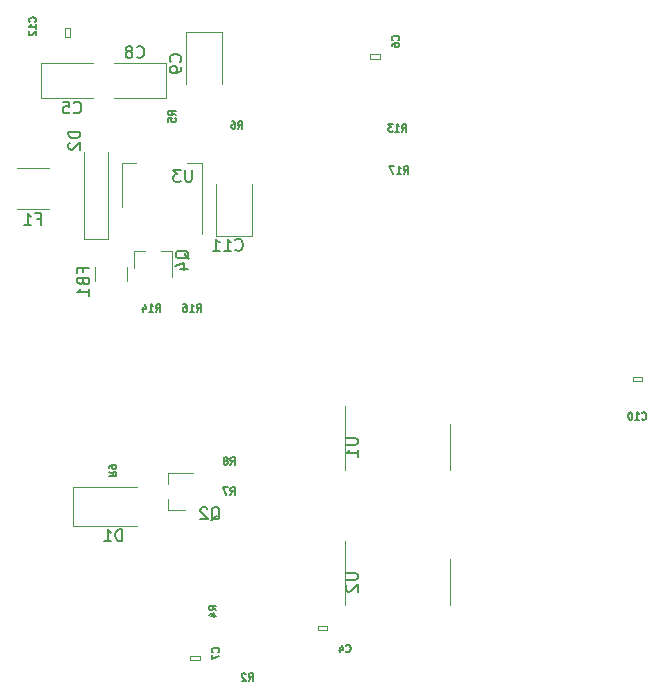
<source format=gbr>
%TF.GenerationSoftware,KiCad,Pcbnew,5.1.9+dfsg1-1*%
%TF.CreationDate,2021-08-27T09:59:16+02:00*%
%TF.ProjectId,ws2812b_ctrl_RF,77733238-3132-4625-9f63-74726c5f5246,rev?*%
%TF.SameCoordinates,Original*%
%TF.FileFunction,Legend,Bot*%
%TF.FilePolarity,Positive*%
%FSLAX46Y46*%
G04 Gerber Fmt 4.6, Leading zero omitted, Abs format (unit mm)*
G04 Created by KiCad (PCBNEW 5.1.9+dfsg1-1) date 2021-08-27 09:59:16*
%MOMM*%
%LPD*%
G01*
G04 APERTURE LIST*
%ADD10C,0.120000*%
%ADD11C,0.066040*%
%ADD12C,0.150000*%
%ADD13C,0.127000*%
G04 APERTURE END LIST*
D10*
%TO.C,C8*%
X83340000Y-80532000D02*
X87725000Y-80532000D01*
X87725000Y-80532000D02*
X87725000Y-83552000D01*
X87725000Y-83552000D02*
X83340000Y-83552000D01*
%TO.C,C11*%
X94982000Y-90807000D02*
X94982000Y-95192000D01*
X94982000Y-95192000D02*
X91962000Y-95192000D01*
X91962000Y-95192000D02*
X91962000Y-90807000D01*
%TO.C,C9*%
X89422000Y-82369000D02*
X89422000Y-77984000D01*
X89422000Y-77984000D02*
X92442000Y-77984000D01*
X92442000Y-77984000D02*
X92442000Y-82369000D01*
%TO.C,D2*%
X82788000Y-88138000D02*
X82788000Y-95438000D01*
X82788000Y-95438000D02*
X80788000Y-95438000D01*
X80788000Y-95438000D02*
X80788000Y-88138000D01*
%TO.C,C5*%
X81506000Y-83552000D02*
X77121000Y-83552000D01*
X77121000Y-83552000D02*
X77121000Y-80532000D01*
X77121000Y-80532000D02*
X81506000Y-80532000D01*
%TO.C,Q4*%
X85034000Y-96506000D02*
X85034000Y-97966000D01*
X88194000Y-96506000D02*
X88194000Y-98666000D01*
X88194000Y-96506000D02*
X87264000Y-96506000D01*
X85034000Y-96506000D02*
X85964000Y-96506000D01*
%TO.C,F1*%
X75067748Y-92896000D02*
X77840252Y-92896000D01*
X75067748Y-89476000D02*
X77840252Y-89476000D01*
D11*
%TO.C,C12*%
X79179420Y-77579220D02*
X79179420Y-78376780D01*
X79179420Y-78376780D02*
X79575660Y-78376780D01*
X79575660Y-77579220D02*
X79575660Y-78376780D01*
X79179420Y-77579220D02*
X79575660Y-77579220D01*
%TO.C,C4*%
X101363780Y-128201420D02*
X101363780Y-128597660D01*
X101363780Y-128597660D02*
X100566220Y-128597660D01*
X100566220Y-128201420D02*
X100566220Y-128597660D01*
X101363780Y-128201420D02*
X100566220Y-128201420D01*
%TO.C,C6*%
X105011220Y-80208120D02*
X105808780Y-80208120D01*
X105808780Y-80208120D02*
X105808780Y-79811880D01*
X105011220Y-79811880D02*
X105808780Y-79811880D01*
X105011220Y-80208120D02*
X105011220Y-79811880D01*
%TO.C,C7*%
X89771220Y-131137660D02*
X89771220Y-130741420D01*
X89771220Y-130741420D02*
X90568780Y-130741420D01*
X90568780Y-131137660D02*
X90568780Y-130741420D01*
X89771220Y-131137660D02*
X90568780Y-131137660D01*
%TO.C,C10*%
X128033780Y-107116880D02*
X127236220Y-107116880D01*
X127236220Y-107116880D02*
X127236220Y-107513120D01*
X128033780Y-107513120D02*
X127236220Y-107513120D01*
X128033780Y-107116880D02*
X128033780Y-107513120D01*
D10*
%TO.C,D1*%
X79880000Y-119760000D02*
X85280000Y-119760000D01*
X79880000Y-116460000D02*
X85280000Y-116460000D01*
X79880000Y-119760000D02*
X79880000Y-116460000D01*
%TO.C,FB1*%
X81698000Y-97819936D02*
X81698000Y-99024064D01*
X84418000Y-97819936D02*
X84418000Y-99024064D01*
%TO.C,Q2*%
X87870000Y-118420000D02*
X89330000Y-118420000D01*
X87870000Y-115260000D02*
X90030000Y-115260000D01*
X87870000Y-115260000D02*
X87870000Y-116190000D01*
X87870000Y-118420000D02*
X87870000Y-117490000D01*
%TO.C,U1*%
X102880000Y-113095000D02*
X102880000Y-109645000D01*
X102880000Y-113095000D02*
X102880000Y-115045000D01*
X111750000Y-113095000D02*
X111750000Y-111145000D01*
X111750000Y-113095000D02*
X111750000Y-115045000D01*
%TO.C,U2*%
X111750000Y-124525000D02*
X111750000Y-126475000D01*
X111750000Y-124525000D02*
X111750000Y-122575000D01*
X102880000Y-124525000D02*
X102880000Y-126475000D01*
X102880000Y-124525000D02*
X102880000Y-121075000D01*
%TO.C,U3*%
X90786000Y-95032000D02*
X90786000Y-89022000D01*
X83966000Y-92782000D02*
X83966000Y-89022000D01*
X90786000Y-89022000D02*
X89526000Y-89022000D01*
X83966000Y-89022000D02*
X85226000Y-89022000D01*
%TO.C,C8*%
D12*
X85256666Y-80049142D02*
X85304285Y-80096761D01*
X85447142Y-80144380D01*
X85542380Y-80144380D01*
X85685238Y-80096761D01*
X85780476Y-80001523D01*
X85828095Y-79906285D01*
X85875714Y-79715809D01*
X85875714Y-79572952D01*
X85828095Y-79382476D01*
X85780476Y-79287238D01*
X85685238Y-79192000D01*
X85542380Y-79144380D01*
X85447142Y-79144380D01*
X85304285Y-79192000D01*
X85256666Y-79239619D01*
X84685238Y-79572952D02*
X84780476Y-79525333D01*
X84828095Y-79477714D01*
X84875714Y-79382476D01*
X84875714Y-79334857D01*
X84828095Y-79239619D01*
X84780476Y-79192000D01*
X84685238Y-79144380D01*
X84494761Y-79144380D01*
X84399523Y-79192000D01*
X84351904Y-79239619D01*
X84304285Y-79334857D01*
X84304285Y-79382476D01*
X84351904Y-79477714D01*
X84399523Y-79525333D01*
X84494761Y-79572952D01*
X84685238Y-79572952D01*
X84780476Y-79620571D01*
X84828095Y-79668190D01*
X84875714Y-79763428D01*
X84875714Y-79953904D01*
X84828095Y-80049142D01*
X84780476Y-80096761D01*
X84685238Y-80144380D01*
X84494761Y-80144380D01*
X84399523Y-80096761D01*
X84351904Y-80049142D01*
X84304285Y-79953904D01*
X84304285Y-79763428D01*
X84351904Y-79668190D01*
X84399523Y-79620571D01*
X84494761Y-79572952D01*
%TO.C,C11*%
X93606857Y-96369142D02*
X93654476Y-96416761D01*
X93797333Y-96464380D01*
X93892571Y-96464380D01*
X94035428Y-96416761D01*
X94130666Y-96321523D01*
X94178285Y-96226285D01*
X94225904Y-96035809D01*
X94225904Y-95892952D01*
X94178285Y-95702476D01*
X94130666Y-95607238D01*
X94035428Y-95512000D01*
X93892571Y-95464380D01*
X93797333Y-95464380D01*
X93654476Y-95512000D01*
X93606857Y-95559619D01*
X92654476Y-96464380D02*
X93225904Y-96464380D01*
X92940190Y-96464380D02*
X92940190Y-95464380D01*
X93035428Y-95607238D01*
X93130666Y-95702476D01*
X93225904Y-95750095D01*
X91702095Y-96464380D02*
X92273523Y-96464380D01*
X91987809Y-96464380D02*
X91987809Y-95464380D01*
X92083047Y-95607238D01*
X92178285Y-95702476D01*
X92273523Y-95750095D01*
%TO.C,C9*%
X88939142Y-80452333D02*
X88986761Y-80404714D01*
X89034380Y-80261857D01*
X89034380Y-80166619D01*
X88986761Y-80023761D01*
X88891523Y-79928523D01*
X88796285Y-79880904D01*
X88605809Y-79833285D01*
X88462952Y-79833285D01*
X88272476Y-79880904D01*
X88177238Y-79928523D01*
X88082000Y-80023761D01*
X88034380Y-80166619D01*
X88034380Y-80261857D01*
X88082000Y-80404714D01*
X88129619Y-80452333D01*
X89034380Y-80928523D02*
X89034380Y-81119000D01*
X88986761Y-81214238D01*
X88939142Y-81261857D01*
X88796285Y-81357095D01*
X88605809Y-81404714D01*
X88224857Y-81404714D01*
X88129619Y-81357095D01*
X88082000Y-81309476D01*
X88034380Y-81214238D01*
X88034380Y-81023761D01*
X88082000Y-80928523D01*
X88129619Y-80880904D01*
X88224857Y-80833285D01*
X88462952Y-80833285D01*
X88558190Y-80880904D01*
X88605809Y-80928523D01*
X88653428Y-81023761D01*
X88653428Y-81214238D01*
X88605809Y-81309476D01*
X88558190Y-81357095D01*
X88462952Y-81404714D01*
%TO.C,D2*%
X80462380Y-86383904D02*
X79462380Y-86383904D01*
X79462380Y-86622000D01*
X79510000Y-86764857D01*
X79605238Y-86860095D01*
X79700476Y-86907714D01*
X79890952Y-86955333D01*
X80033809Y-86955333D01*
X80224285Y-86907714D01*
X80319523Y-86860095D01*
X80414761Y-86764857D01*
X80462380Y-86622000D01*
X80462380Y-86383904D01*
X79557619Y-87336285D02*
X79510000Y-87383904D01*
X79462380Y-87479142D01*
X79462380Y-87717238D01*
X79510000Y-87812476D01*
X79557619Y-87860095D01*
X79652857Y-87907714D01*
X79748095Y-87907714D01*
X79890952Y-87860095D01*
X80462380Y-87288666D01*
X80462380Y-87907714D01*
%TO.C,C5*%
X79922666Y-84749142D02*
X79970285Y-84796761D01*
X80113142Y-84844380D01*
X80208380Y-84844380D01*
X80351238Y-84796761D01*
X80446476Y-84701523D01*
X80494095Y-84606285D01*
X80541714Y-84415809D01*
X80541714Y-84272952D01*
X80494095Y-84082476D01*
X80446476Y-83987238D01*
X80351238Y-83892000D01*
X80208380Y-83844380D01*
X80113142Y-83844380D01*
X79970285Y-83892000D01*
X79922666Y-83939619D01*
X79017904Y-83844380D02*
X79494095Y-83844380D01*
X79541714Y-84320571D01*
X79494095Y-84272952D01*
X79398857Y-84225333D01*
X79160761Y-84225333D01*
X79065523Y-84272952D01*
X79017904Y-84320571D01*
X78970285Y-84415809D01*
X78970285Y-84653904D01*
X79017904Y-84749142D01*
X79065523Y-84796761D01*
X79160761Y-84844380D01*
X79398857Y-84844380D01*
X79494095Y-84796761D01*
X79541714Y-84749142D01*
%TO.C,R16*%
D13*
X90307885Y-101621771D02*
X90511085Y-101331485D01*
X90656228Y-101621771D02*
X90656228Y-101012171D01*
X90424000Y-101012171D01*
X90365942Y-101041200D01*
X90336914Y-101070228D01*
X90307885Y-101128285D01*
X90307885Y-101215371D01*
X90336914Y-101273428D01*
X90365942Y-101302457D01*
X90424000Y-101331485D01*
X90656228Y-101331485D01*
X89727314Y-101621771D02*
X90075657Y-101621771D01*
X89901485Y-101621771D02*
X89901485Y-101012171D01*
X89959542Y-101099257D01*
X90017600Y-101157314D01*
X90075657Y-101186342D01*
X89204800Y-101012171D02*
X89320914Y-101012171D01*
X89378971Y-101041200D01*
X89408000Y-101070228D01*
X89466057Y-101157314D01*
X89495085Y-101273428D01*
X89495085Y-101505657D01*
X89466057Y-101563714D01*
X89437028Y-101592742D01*
X89378971Y-101621771D01*
X89262857Y-101621771D01*
X89204800Y-101592742D01*
X89175771Y-101563714D01*
X89146742Y-101505657D01*
X89146742Y-101360514D01*
X89175771Y-101302457D01*
X89204800Y-101273428D01*
X89262857Y-101244400D01*
X89378971Y-101244400D01*
X89437028Y-101273428D01*
X89466057Y-101302457D01*
X89495085Y-101360514D01*
%TO.C,R14*%
X86868725Y-101621771D02*
X87071925Y-101331485D01*
X87217068Y-101621771D02*
X87217068Y-101012171D01*
X86984840Y-101012171D01*
X86926782Y-101041200D01*
X86897754Y-101070228D01*
X86868725Y-101128285D01*
X86868725Y-101215371D01*
X86897754Y-101273428D01*
X86926782Y-101302457D01*
X86984840Y-101331485D01*
X87217068Y-101331485D01*
X86288154Y-101621771D02*
X86636497Y-101621771D01*
X86462325Y-101621771D02*
X86462325Y-101012171D01*
X86520382Y-101099257D01*
X86578440Y-101157314D01*
X86636497Y-101186342D01*
X85765640Y-101215371D02*
X85765640Y-101621771D01*
X85910782Y-100983142D02*
X86055925Y-101418571D01*
X85678554Y-101418571D01*
%TO.C,R13*%
X107696725Y-86381771D02*
X107899925Y-86091485D01*
X108045068Y-86381771D02*
X108045068Y-85772171D01*
X107812840Y-85772171D01*
X107754782Y-85801200D01*
X107725754Y-85830228D01*
X107696725Y-85888285D01*
X107696725Y-85975371D01*
X107725754Y-86033428D01*
X107754782Y-86062457D01*
X107812840Y-86091485D01*
X108045068Y-86091485D01*
X107116154Y-86381771D02*
X107464497Y-86381771D01*
X107290325Y-86381771D02*
X107290325Y-85772171D01*
X107348382Y-85859257D01*
X107406440Y-85917314D01*
X107464497Y-85946342D01*
X106912954Y-85772171D02*
X106535582Y-85772171D01*
X106738782Y-86004400D01*
X106651697Y-86004400D01*
X106593640Y-86033428D01*
X106564611Y-86062457D01*
X106535582Y-86120514D01*
X106535582Y-86265657D01*
X106564611Y-86323714D01*
X106593640Y-86352742D01*
X106651697Y-86381771D01*
X106825868Y-86381771D01*
X106883925Y-86352742D01*
X106912954Y-86323714D01*
%TO.C,Q4*%
D12*
X89661619Y-97170761D02*
X89614000Y-97075523D01*
X89518761Y-96980285D01*
X89375904Y-96837428D01*
X89328285Y-96742190D01*
X89328285Y-96646952D01*
X89566380Y-96694571D02*
X89518761Y-96599333D01*
X89423523Y-96504095D01*
X89233047Y-96456476D01*
X88899714Y-96456476D01*
X88709238Y-96504095D01*
X88614000Y-96599333D01*
X88566380Y-96694571D01*
X88566380Y-96885047D01*
X88614000Y-96980285D01*
X88709238Y-97075523D01*
X88899714Y-97123142D01*
X89233047Y-97123142D01*
X89423523Y-97075523D01*
X89518761Y-96980285D01*
X89566380Y-96885047D01*
X89566380Y-96694571D01*
X88899714Y-97980285D02*
X89566380Y-97980285D01*
X88518761Y-97742190D02*
X89233047Y-97504095D01*
X89233047Y-98123142D01*
%TO.C,F1*%
X76787333Y-93764571D02*
X77120666Y-93764571D01*
X77120666Y-94288380D02*
X77120666Y-93288380D01*
X76644476Y-93288380D01*
X75739714Y-94288380D02*
X76311142Y-94288380D01*
X76025428Y-94288380D02*
X76025428Y-93288380D01*
X76120666Y-93431238D01*
X76215904Y-93526476D01*
X76311142Y-93574095D01*
%TO.C,R9*%
D13*
X82919388Y-115163600D02*
X83209674Y-115366800D01*
X82919388Y-115511942D02*
X83528988Y-115511942D01*
X83528988Y-115279714D01*
X83499960Y-115221657D01*
X83470931Y-115192628D01*
X83412874Y-115163600D01*
X83325788Y-115163600D01*
X83267731Y-115192628D01*
X83238702Y-115221657D01*
X83209674Y-115279714D01*
X83209674Y-115511942D01*
X82919388Y-114873314D02*
X82919388Y-114757200D01*
X82948417Y-114699142D01*
X82977445Y-114670114D01*
X83064531Y-114612057D01*
X83180645Y-114583028D01*
X83412874Y-114583028D01*
X83470931Y-114612057D01*
X83499960Y-114641085D01*
X83528988Y-114699142D01*
X83528988Y-114815257D01*
X83499960Y-114873314D01*
X83470931Y-114902342D01*
X83412874Y-114931371D01*
X83267731Y-114931371D01*
X83209674Y-114902342D01*
X83180645Y-114873314D01*
X83151617Y-114815257D01*
X83151617Y-114699142D01*
X83180645Y-114641085D01*
X83209674Y-114612057D01*
X83267731Y-114583028D01*
%TO.C,C12*%
X76671714Y-77078114D02*
X76700742Y-77049085D01*
X76729771Y-76962000D01*
X76729771Y-76903942D01*
X76700742Y-76816857D01*
X76642685Y-76758800D01*
X76584628Y-76729771D01*
X76468514Y-76700742D01*
X76381428Y-76700742D01*
X76265314Y-76729771D01*
X76207257Y-76758800D01*
X76149200Y-76816857D01*
X76120171Y-76903942D01*
X76120171Y-76962000D01*
X76149200Y-77049085D01*
X76178228Y-77078114D01*
X76729771Y-77658685D02*
X76729771Y-77310342D01*
X76729771Y-77484514D02*
X76120171Y-77484514D01*
X76207257Y-77426457D01*
X76265314Y-77368400D01*
X76294342Y-77310342D01*
X76178228Y-77890914D02*
X76149200Y-77919942D01*
X76120171Y-77978000D01*
X76120171Y-78123142D01*
X76149200Y-78181200D01*
X76178228Y-78210228D01*
X76236285Y-78239257D01*
X76294342Y-78239257D01*
X76381428Y-78210228D01*
X76729771Y-77861885D01*
X76729771Y-78239257D01*
%TO.C,R8*%
X93182440Y-114575771D02*
X93385640Y-114285485D01*
X93530782Y-114575771D02*
X93530782Y-113966171D01*
X93298554Y-113966171D01*
X93240497Y-113995200D01*
X93211468Y-114024228D01*
X93182440Y-114082285D01*
X93182440Y-114169371D01*
X93211468Y-114227428D01*
X93240497Y-114256457D01*
X93298554Y-114285485D01*
X93530782Y-114285485D01*
X92834097Y-114227428D02*
X92892154Y-114198400D01*
X92921182Y-114169371D01*
X92950211Y-114111314D01*
X92950211Y-114082285D01*
X92921182Y-114024228D01*
X92892154Y-113995200D01*
X92834097Y-113966171D01*
X92717982Y-113966171D01*
X92659925Y-113995200D01*
X92630897Y-114024228D01*
X92601868Y-114082285D01*
X92601868Y-114111314D01*
X92630897Y-114169371D01*
X92659925Y-114198400D01*
X92717982Y-114227428D01*
X92834097Y-114227428D01*
X92892154Y-114256457D01*
X92921182Y-114285485D01*
X92950211Y-114343542D01*
X92950211Y-114459657D01*
X92921182Y-114517714D01*
X92892154Y-114546742D01*
X92834097Y-114575771D01*
X92717982Y-114575771D01*
X92659925Y-114546742D01*
X92630897Y-114517714D01*
X92601868Y-114459657D01*
X92601868Y-114343542D01*
X92630897Y-114285485D01*
X92659925Y-114256457D01*
X92717982Y-114227428D01*
%TO.C,C4*%
X102971600Y-130392714D02*
X103000628Y-130421742D01*
X103087714Y-130450771D01*
X103145771Y-130450771D01*
X103232857Y-130421742D01*
X103290914Y-130363685D01*
X103319942Y-130305628D01*
X103348971Y-130189514D01*
X103348971Y-130102428D01*
X103319942Y-129986314D01*
X103290914Y-129928257D01*
X103232857Y-129870200D01*
X103145771Y-129841171D01*
X103087714Y-129841171D01*
X103000628Y-129870200D01*
X102971600Y-129899228D01*
X102449085Y-130044371D02*
X102449085Y-130450771D01*
X102594228Y-129812142D02*
X102739371Y-130247571D01*
X102362000Y-130247571D01*
%TO.C,C6*%
X107405714Y-78638400D02*
X107434742Y-78609371D01*
X107463771Y-78522285D01*
X107463771Y-78464228D01*
X107434742Y-78377142D01*
X107376685Y-78319085D01*
X107318628Y-78290057D01*
X107202514Y-78261028D01*
X107115428Y-78261028D01*
X106999314Y-78290057D01*
X106941257Y-78319085D01*
X106883200Y-78377142D01*
X106854171Y-78464228D01*
X106854171Y-78522285D01*
X106883200Y-78609371D01*
X106912228Y-78638400D01*
X106854171Y-79160914D02*
X106854171Y-79044800D01*
X106883200Y-78986742D01*
X106912228Y-78957714D01*
X106999314Y-78899657D01*
X107115428Y-78870628D01*
X107347657Y-78870628D01*
X107405714Y-78899657D01*
X107434742Y-78928685D01*
X107463771Y-78986742D01*
X107463771Y-79102857D01*
X107434742Y-79160914D01*
X107405714Y-79189942D01*
X107347657Y-79218971D01*
X107202514Y-79218971D01*
X107144457Y-79189942D01*
X107115428Y-79160914D01*
X107086400Y-79102857D01*
X107086400Y-78986742D01*
X107115428Y-78928685D01*
X107144457Y-78899657D01*
X107202514Y-78870628D01*
%TO.C,C7*%
X92165714Y-130454400D02*
X92194742Y-130425371D01*
X92223771Y-130338285D01*
X92223771Y-130280228D01*
X92194742Y-130193142D01*
X92136685Y-130135085D01*
X92078628Y-130106057D01*
X91962514Y-130077028D01*
X91875428Y-130077028D01*
X91759314Y-130106057D01*
X91701257Y-130135085D01*
X91643200Y-130193142D01*
X91614171Y-130280228D01*
X91614171Y-130338285D01*
X91643200Y-130425371D01*
X91672228Y-130454400D01*
X91614171Y-130657600D02*
X91614171Y-131064000D01*
X92223771Y-130802742D01*
%TO.C,C10*%
X128026885Y-110707714D02*
X128055914Y-110736742D01*
X128143000Y-110765771D01*
X128201057Y-110765771D01*
X128288142Y-110736742D01*
X128346200Y-110678685D01*
X128375228Y-110620628D01*
X128404257Y-110504514D01*
X128404257Y-110417428D01*
X128375228Y-110301314D01*
X128346200Y-110243257D01*
X128288142Y-110185200D01*
X128201057Y-110156171D01*
X128143000Y-110156171D01*
X128055914Y-110185200D01*
X128026885Y-110214228D01*
X127446314Y-110765771D02*
X127794657Y-110765771D01*
X127620485Y-110765771D02*
X127620485Y-110156171D01*
X127678542Y-110243257D01*
X127736600Y-110301314D01*
X127794657Y-110330342D01*
X127068942Y-110156171D02*
X127010885Y-110156171D01*
X126952828Y-110185200D01*
X126923800Y-110214228D01*
X126894771Y-110272285D01*
X126865742Y-110388400D01*
X126865742Y-110533542D01*
X126894771Y-110649657D01*
X126923800Y-110707714D01*
X126952828Y-110736742D01*
X127010885Y-110765771D01*
X127068942Y-110765771D01*
X127127000Y-110736742D01*
X127156028Y-110707714D01*
X127185057Y-110649657D01*
X127214085Y-110533542D01*
X127214085Y-110388400D01*
X127185057Y-110272285D01*
X127156028Y-110214228D01*
X127127000Y-110185200D01*
X127068942Y-110156171D01*
%TO.C,D1*%
D12*
X84018095Y-121062380D02*
X84018095Y-120062380D01*
X83780000Y-120062380D01*
X83637142Y-120110000D01*
X83541904Y-120205238D01*
X83494285Y-120300476D01*
X83446666Y-120490952D01*
X83446666Y-120633809D01*
X83494285Y-120824285D01*
X83541904Y-120919523D01*
X83637142Y-121014761D01*
X83780000Y-121062380D01*
X84018095Y-121062380D01*
X82494285Y-121062380D02*
X83065714Y-121062380D01*
X82780000Y-121062380D02*
X82780000Y-120062380D01*
X82875238Y-120205238D01*
X82970476Y-120300476D01*
X83065714Y-120348095D01*
%TO.C,FB1*%
X80700571Y-98226666D02*
X80700571Y-97893333D01*
X81224380Y-97893333D02*
X80224380Y-97893333D01*
X80224380Y-98369523D01*
X80700571Y-99083809D02*
X80748190Y-99226666D01*
X80795809Y-99274285D01*
X80891047Y-99321904D01*
X81033904Y-99321904D01*
X81129142Y-99274285D01*
X81176761Y-99226666D01*
X81224380Y-99131428D01*
X81224380Y-98750476D01*
X80224380Y-98750476D01*
X80224380Y-99083809D01*
X80272000Y-99179047D01*
X80319619Y-99226666D01*
X80414857Y-99274285D01*
X80510095Y-99274285D01*
X80605333Y-99226666D01*
X80652952Y-99179047D01*
X80700571Y-99083809D01*
X80700571Y-98750476D01*
X81224380Y-100274285D02*
X81224380Y-99702857D01*
X81224380Y-99988571D02*
X80224380Y-99988571D01*
X80367238Y-99893333D01*
X80462476Y-99798095D01*
X80510095Y-99702857D01*
%TO.C,Q2*%
X91535238Y-119292619D02*
X91630476Y-119245000D01*
X91725714Y-119149761D01*
X91868571Y-119006904D01*
X91963809Y-118959285D01*
X92059047Y-118959285D01*
X92011428Y-119197380D02*
X92106666Y-119149761D01*
X92201904Y-119054523D01*
X92249523Y-118864047D01*
X92249523Y-118530714D01*
X92201904Y-118340238D01*
X92106666Y-118245000D01*
X92011428Y-118197380D01*
X91820952Y-118197380D01*
X91725714Y-118245000D01*
X91630476Y-118340238D01*
X91582857Y-118530714D01*
X91582857Y-118864047D01*
X91630476Y-119054523D01*
X91725714Y-119149761D01*
X91820952Y-119197380D01*
X92011428Y-119197380D01*
X91201904Y-118292619D02*
X91154285Y-118245000D01*
X91059047Y-118197380D01*
X90820952Y-118197380D01*
X90725714Y-118245000D01*
X90678095Y-118292619D01*
X90630476Y-118387857D01*
X90630476Y-118483095D01*
X90678095Y-118625952D01*
X91249523Y-119197380D01*
X90630476Y-119197380D01*
%TO.C,R17*%
D13*
X107833885Y-89937771D02*
X108037085Y-89647485D01*
X108182228Y-89937771D02*
X108182228Y-89328171D01*
X107950000Y-89328171D01*
X107891942Y-89357200D01*
X107862914Y-89386228D01*
X107833885Y-89444285D01*
X107833885Y-89531371D01*
X107862914Y-89589428D01*
X107891942Y-89618457D01*
X107950000Y-89647485D01*
X108182228Y-89647485D01*
X107253314Y-89937771D02*
X107601657Y-89937771D01*
X107427485Y-89937771D02*
X107427485Y-89328171D01*
X107485542Y-89415257D01*
X107543600Y-89473314D01*
X107601657Y-89502342D01*
X107050114Y-89328171D02*
X106643714Y-89328171D01*
X106904971Y-89937771D01*
%TO.C,R2*%
X94716600Y-132863771D02*
X94919800Y-132573485D01*
X95064942Y-132863771D02*
X95064942Y-132254171D01*
X94832714Y-132254171D01*
X94774657Y-132283200D01*
X94745628Y-132312228D01*
X94716600Y-132370285D01*
X94716600Y-132457371D01*
X94745628Y-132515428D01*
X94774657Y-132544457D01*
X94832714Y-132573485D01*
X95064942Y-132573485D01*
X94484371Y-132312228D02*
X94455342Y-132283200D01*
X94397285Y-132254171D01*
X94252142Y-132254171D01*
X94194085Y-132283200D01*
X94165057Y-132312228D01*
X94136028Y-132370285D01*
X94136028Y-132428342D01*
X94165057Y-132515428D01*
X94513400Y-132863771D01*
X94136028Y-132863771D01*
%TO.C,R4*%
X91969771Y-126898400D02*
X91679485Y-126695200D01*
X91969771Y-126550057D02*
X91360171Y-126550057D01*
X91360171Y-126782285D01*
X91389200Y-126840342D01*
X91418228Y-126869371D01*
X91476285Y-126898400D01*
X91563371Y-126898400D01*
X91621428Y-126869371D01*
X91650457Y-126840342D01*
X91679485Y-126782285D01*
X91679485Y-126550057D01*
X91563371Y-127420914D02*
X91969771Y-127420914D01*
X91331142Y-127275771D02*
X91766571Y-127130628D01*
X91766571Y-127508000D01*
%TO.C,R5*%
X88540771Y-84988400D02*
X88250485Y-84785200D01*
X88540771Y-84640057D02*
X87931171Y-84640057D01*
X87931171Y-84872285D01*
X87960200Y-84930342D01*
X87989228Y-84959371D01*
X88047285Y-84988400D01*
X88134371Y-84988400D01*
X88192428Y-84959371D01*
X88221457Y-84930342D01*
X88250485Y-84872285D01*
X88250485Y-84640057D01*
X87931171Y-85539942D02*
X87931171Y-85249657D01*
X88221457Y-85220628D01*
X88192428Y-85249657D01*
X88163400Y-85307714D01*
X88163400Y-85452857D01*
X88192428Y-85510914D01*
X88221457Y-85539942D01*
X88279514Y-85568971D01*
X88424657Y-85568971D01*
X88482714Y-85539942D01*
X88511742Y-85510914D01*
X88540771Y-85452857D01*
X88540771Y-85307714D01*
X88511742Y-85249657D01*
X88482714Y-85220628D01*
%TO.C,R6*%
X93827600Y-86127771D02*
X94030800Y-85837485D01*
X94175942Y-86127771D02*
X94175942Y-85518171D01*
X93943714Y-85518171D01*
X93885657Y-85547200D01*
X93856628Y-85576228D01*
X93827600Y-85634285D01*
X93827600Y-85721371D01*
X93856628Y-85779428D01*
X93885657Y-85808457D01*
X93943714Y-85837485D01*
X94175942Y-85837485D01*
X93305085Y-85518171D02*
X93421200Y-85518171D01*
X93479257Y-85547200D01*
X93508285Y-85576228D01*
X93566342Y-85663314D01*
X93595371Y-85779428D01*
X93595371Y-86011657D01*
X93566342Y-86069714D01*
X93537314Y-86098742D01*
X93479257Y-86127771D01*
X93363142Y-86127771D01*
X93305085Y-86098742D01*
X93276057Y-86069714D01*
X93247028Y-86011657D01*
X93247028Y-85866514D01*
X93276057Y-85808457D01*
X93305085Y-85779428D01*
X93363142Y-85750400D01*
X93479257Y-85750400D01*
X93537314Y-85779428D01*
X93566342Y-85808457D01*
X93595371Y-85866514D01*
%TO.C,R7*%
X93182440Y-117115771D02*
X93385640Y-116825485D01*
X93530782Y-117115771D02*
X93530782Y-116506171D01*
X93298554Y-116506171D01*
X93240497Y-116535200D01*
X93211468Y-116564228D01*
X93182440Y-116622285D01*
X93182440Y-116709371D01*
X93211468Y-116767428D01*
X93240497Y-116796457D01*
X93298554Y-116825485D01*
X93530782Y-116825485D01*
X92979240Y-116506171D02*
X92572840Y-116506171D01*
X92834097Y-117115771D01*
%TO.C,U1*%
D12*
X102957380Y-112333095D02*
X103766904Y-112333095D01*
X103862142Y-112380714D01*
X103909761Y-112428333D01*
X103957380Y-112523571D01*
X103957380Y-112714047D01*
X103909761Y-112809285D01*
X103862142Y-112856904D01*
X103766904Y-112904523D01*
X102957380Y-112904523D01*
X103957380Y-113904523D02*
X103957380Y-113333095D01*
X103957380Y-113618809D02*
X102957380Y-113618809D01*
X103100238Y-113523571D01*
X103195476Y-113428333D01*
X103243095Y-113333095D01*
%TO.C,U2*%
X102957380Y-123763095D02*
X103766904Y-123763095D01*
X103862142Y-123810714D01*
X103909761Y-123858333D01*
X103957380Y-123953571D01*
X103957380Y-124144047D01*
X103909761Y-124239285D01*
X103862142Y-124286904D01*
X103766904Y-124334523D01*
X102957380Y-124334523D01*
X103052619Y-124763095D02*
X103005000Y-124810714D01*
X102957380Y-124905952D01*
X102957380Y-125144047D01*
X103005000Y-125239285D01*
X103052619Y-125286904D01*
X103147857Y-125334523D01*
X103243095Y-125334523D01*
X103385952Y-125286904D01*
X103957380Y-124715476D01*
X103957380Y-125334523D01*
%TO.C,U3*%
X89915904Y-89622380D02*
X89915904Y-90431904D01*
X89868285Y-90527142D01*
X89820666Y-90574761D01*
X89725428Y-90622380D01*
X89534952Y-90622380D01*
X89439714Y-90574761D01*
X89392095Y-90527142D01*
X89344476Y-90431904D01*
X89344476Y-89622380D01*
X88963523Y-89622380D02*
X88344476Y-89622380D01*
X88677809Y-90003333D01*
X88534952Y-90003333D01*
X88439714Y-90050952D01*
X88392095Y-90098571D01*
X88344476Y-90193809D01*
X88344476Y-90431904D01*
X88392095Y-90527142D01*
X88439714Y-90574761D01*
X88534952Y-90622380D01*
X88820666Y-90622380D01*
X88915904Y-90574761D01*
X88963523Y-90527142D01*
%TD*%
M02*

</source>
